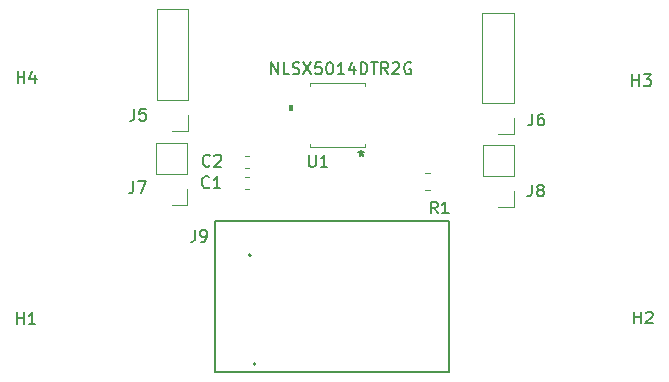
<source format=gbr>
%TF.GenerationSoftware,KiCad,Pcbnew,5.1.10-88a1d61d58~88~ubuntu18.04.1*%
%TF.CreationDate,2021-08-07T22:55:04+07:00*%
%TF.ProjectId,ADV728xM_EVAL_SMA-MINISAS_MX8Mx,41445637-3238-4784-9d5f-4556414c5f53,rev?*%
%TF.SameCoordinates,Original*%
%TF.FileFunction,Legend,Top*%
%TF.FilePolarity,Positive*%
%FSLAX46Y46*%
G04 Gerber Fmt 4.6, Leading zero omitted, Abs format (unit mm)*
G04 Created by KiCad (PCBNEW 5.1.10-88a1d61d58~88~ubuntu18.04.1) date 2021-08-07 22:55:04*
%MOMM*%
%LPD*%
G01*
G04 APERTURE LIST*
%ADD10C,0.200000*%
%ADD11C,0.127000*%
%ADD12C,0.120000*%
%ADD13C,0.100000*%
%ADD14C,0.150000*%
G04 APERTURE END LIST*
D10*
%TO.C,J9*%
X154638920Y-108714480D02*
G75*
G03*
X154638920Y-108714480I-100000J0D01*
G01*
X155038920Y-117914480D02*
G75*
G03*
X155038920Y-117914480I-100000J0D01*
G01*
D11*
X171438920Y-118614480D02*
X151638920Y-118614480D01*
X171438920Y-105814480D02*
X171438920Y-118614480D01*
X151638920Y-105814480D02*
X171438920Y-105814480D01*
X151638920Y-118614480D02*
X151638920Y-105814480D01*
D12*
%TO.C,J6*%
X176882100Y-98446900D02*
X175552100Y-98446900D01*
X176882100Y-97116900D02*
X176882100Y-98446900D01*
X176882100Y-95846900D02*
X174222100Y-95846900D01*
X174222100Y-95846900D02*
X174222100Y-88166900D01*
X176882100Y-95846900D02*
X176882100Y-88166900D01*
X176882100Y-88166900D02*
X174222100Y-88166900D01*
%TO.C,C2*%
X154158733Y-100277200D02*
X154451267Y-100277200D01*
X154158733Y-101297200D02*
X154451267Y-101297200D01*
%TO.C,C1*%
X154146033Y-103100600D02*
X154438567Y-103100600D01*
X154146033Y-102080600D02*
X154438567Y-102080600D01*
%TO.C,J5*%
X149310400Y-87900200D02*
X146650400Y-87900200D01*
X149310400Y-95580200D02*
X149310400Y-87900200D01*
X146650400Y-95580200D02*
X146650400Y-87900200D01*
X149310400Y-95580200D02*
X146650400Y-95580200D01*
X149310400Y-96850200D02*
X149310400Y-98180200D01*
X149310400Y-98180200D02*
X147980400Y-98180200D01*
%TO.C,J8*%
X176920200Y-99419100D02*
X174260200Y-99419100D01*
X176920200Y-102019100D02*
X176920200Y-99419100D01*
X174260200Y-102019100D02*
X174260200Y-99419100D01*
X176920200Y-102019100D02*
X174260200Y-102019100D01*
X176920200Y-103289100D02*
X176920200Y-104619100D01*
X176920200Y-104619100D02*
X175590200Y-104619100D01*
%TO.C,J7*%
X149259600Y-104428600D02*
X147929600Y-104428600D01*
X149259600Y-103098600D02*
X149259600Y-104428600D01*
X149259600Y-101828600D02*
X146599600Y-101828600D01*
X146599600Y-101828600D02*
X146599600Y-99228600D01*
X149259600Y-101828600D02*
X149259600Y-99228600D01*
X149259600Y-99228600D02*
X146599600Y-99228600D01*
%TO.C,R1*%
X169378136Y-101715900D02*
X169832264Y-101715900D01*
X169378136Y-103185900D02*
X169832264Y-103185900D01*
D13*
%TO.C,U1*%
G36*
X157873700Y-96390701D02*
G01*
X157873700Y-96009701D01*
X158127700Y-96009701D01*
X158127700Y-96390701D01*
X157873700Y-96390701D01*
G37*
X157873700Y-96390701D02*
X157873700Y-96009701D01*
X158127700Y-96009701D01*
X158127700Y-96390701D01*
X157873700Y-96390701D01*
D12*
X159613600Y-99310739D02*
X159613600Y-99529900D01*
X164261800Y-94389661D02*
X164261800Y-94170500D01*
X164261800Y-99529900D02*
X164261800Y-99310741D01*
X159613600Y-99529900D02*
X164261800Y-99529900D01*
X159613600Y-94170500D02*
X159613600Y-94389659D01*
X164261800Y-94170500D02*
X159613600Y-94170500D01*
%TO.C,H4*%
D14*
X134889335Y-94152980D02*
X134889335Y-93152980D01*
X134889335Y-93629171D02*
X135460763Y-93629171D01*
X135460763Y-94152980D02*
X135460763Y-93152980D01*
X136365525Y-93486314D02*
X136365525Y-94152980D01*
X136127430Y-93105361D02*
X135889335Y-93819647D01*
X136508382Y-93819647D01*
%TO.C,H3*%
X186933935Y-94412060D02*
X186933935Y-93412060D01*
X186933935Y-93888251D02*
X187505363Y-93888251D01*
X187505363Y-94412060D02*
X187505363Y-93412060D01*
X187886316Y-93412060D02*
X188505363Y-93412060D01*
X188172030Y-93793013D01*
X188314887Y-93793013D01*
X188410125Y-93840632D01*
X188457744Y-93888251D01*
X188505363Y-93983489D01*
X188505363Y-94221584D01*
X188457744Y-94316822D01*
X188410125Y-94364441D01*
X188314887Y-94412060D01*
X188029173Y-94412060D01*
X187933935Y-94364441D01*
X187886316Y-94316822D01*
%TO.C,H2*%
X187096495Y-114484300D02*
X187096495Y-113484300D01*
X187096495Y-113960491D02*
X187667923Y-113960491D01*
X187667923Y-114484300D02*
X187667923Y-113484300D01*
X188096495Y-113579539D02*
X188144114Y-113531920D01*
X188239352Y-113484300D01*
X188477447Y-113484300D01*
X188572685Y-113531920D01*
X188620304Y-113579539D01*
X188667923Y-113674777D01*
X188667923Y-113770015D01*
X188620304Y-113912872D01*
X188048876Y-114484300D01*
X188667923Y-114484300D01*
%TO.C,H1*%
X134823295Y-114550340D02*
X134823295Y-113550340D01*
X134823295Y-114026531D02*
X135394723Y-114026531D01*
X135394723Y-114550340D02*
X135394723Y-113550340D01*
X136394723Y-114550340D02*
X135823295Y-114550340D01*
X136109009Y-114550340D02*
X136109009Y-113550340D01*
X136013771Y-113693198D01*
X135918533Y-113788436D01*
X135823295Y-113836055D01*
%TO.C,J9*%
X149922906Y-106554020D02*
X149922906Y-107268306D01*
X149875287Y-107411163D01*
X149780049Y-107506401D01*
X149637192Y-107554020D01*
X149541954Y-107554020D01*
X150446716Y-107554020D02*
X150637192Y-107554020D01*
X150732430Y-107506401D01*
X150780049Y-107458782D01*
X150875287Y-107315925D01*
X150922906Y-107125449D01*
X150922906Y-106744497D01*
X150875287Y-106649259D01*
X150827668Y-106601640D01*
X150732430Y-106554020D01*
X150541954Y-106554020D01*
X150446716Y-106601640D01*
X150399097Y-106649259D01*
X150351478Y-106744497D01*
X150351478Y-106982592D01*
X150399097Y-107077830D01*
X150446716Y-107125449D01*
X150541954Y-107173068D01*
X150732430Y-107173068D01*
X150827668Y-107125449D01*
X150875287Y-107077830D01*
X150922906Y-106982592D01*
%TO.C,J6*%
X178482666Y-96721680D02*
X178482666Y-97435966D01*
X178435047Y-97578823D01*
X178339809Y-97674061D01*
X178196952Y-97721680D01*
X178101714Y-97721680D01*
X179387428Y-96721680D02*
X179196952Y-96721680D01*
X179101714Y-96769300D01*
X179054095Y-96816919D01*
X178958857Y-96959776D01*
X178911238Y-97150252D01*
X178911238Y-97531204D01*
X178958857Y-97626442D01*
X179006476Y-97674061D01*
X179101714Y-97721680D01*
X179292190Y-97721680D01*
X179387428Y-97674061D01*
X179435047Y-97626442D01*
X179482666Y-97531204D01*
X179482666Y-97293109D01*
X179435047Y-97197871D01*
X179387428Y-97150252D01*
X179292190Y-97102633D01*
X179101714Y-97102633D01*
X179006476Y-97150252D01*
X178958857Y-97197871D01*
X178911238Y-97293109D01*
%TO.C,C2*%
X151166533Y-101118942D02*
X151118914Y-101166561D01*
X150976057Y-101214180D01*
X150880819Y-101214180D01*
X150737961Y-101166561D01*
X150642723Y-101071323D01*
X150595104Y-100976085D01*
X150547485Y-100785609D01*
X150547485Y-100642752D01*
X150595104Y-100452276D01*
X150642723Y-100357038D01*
X150737961Y-100261800D01*
X150880819Y-100214180D01*
X150976057Y-100214180D01*
X151118914Y-100261800D01*
X151166533Y-100309419D01*
X151547485Y-100309419D02*
X151595104Y-100261800D01*
X151690342Y-100214180D01*
X151928438Y-100214180D01*
X152023676Y-100261800D01*
X152071295Y-100309419D01*
X152118914Y-100404657D01*
X152118914Y-100499895D01*
X152071295Y-100642752D01*
X151499866Y-101214180D01*
X152118914Y-101214180D01*
%TO.C,C1*%
X151103033Y-102935042D02*
X151055414Y-102982661D01*
X150912557Y-103030280D01*
X150817319Y-103030280D01*
X150674461Y-102982661D01*
X150579223Y-102887423D01*
X150531604Y-102792185D01*
X150483985Y-102601709D01*
X150483985Y-102458852D01*
X150531604Y-102268376D01*
X150579223Y-102173138D01*
X150674461Y-102077900D01*
X150817319Y-102030280D01*
X150912557Y-102030280D01*
X151055414Y-102077900D01*
X151103033Y-102125519D01*
X152055414Y-103030280D02*
X151483985Y-103030280D01*
X151769700Y-103030280D02*
X151769700Y-102030280D01*
X151674461Y-102173138D01*
X151579223Y-102268376D01*
X151483985Y-102315995D01*
%TO.C,J5*%
X144776866Y-96315280D02*
X144776866Y-97029566D01*
X144729247Y-97172423D01*
X144634009Y-97267661D01*
X144491152Y-97315280D01*
X144395914Y-97315280D01*
X145729247Y-96315280D02*
X145253057Y-96315280D01*
X145205438Y-96791471D01*
X145253057Y-96743852D01*
X145348295Y-96696233D01*
X145586390Y-96696233D01*
X145681628Y-96743852D01*
X145729247Y-96791471D01*
X145776866Y-96886709D01*
X145776866Y-97124804D01*
X145729247Y-97220042D01*
X145681628Y-97267661D01*
X145586390Y-97315280D01*
X145348295Y-97315280D01*
X145253057Y-97267661D01*
X145205438Y-97220042D01*
%TO.C,J8*%
X178431866Y-102741480D02*
X178431866Y-103455766D01*
X178384247Y-103598623D01*
X178289009Y-103693861D01*
X178146152Y-103741480D01*
X178050914Y-103741480D01*
X179050914Y-103170052D02*
X178955676Y-103122433D01*
X178908057Y-103074814D01*
X178860438Y-102979576D01*
X178860438Y-102931957D01*
X178908057Y-102836719D01*
X178955676Y-102789100D01*
X179050914Y-102741480D01*
X179241390Y-102741480D01*
X179336628Y-102789100D01*
X179384247Y-102836719D01*
X179431866Y-102931957D01*
X179431866Y-102979576D01*
X179384247Y-103074814D01*
X179336628Y-103122433D01*
X179241390Y-103170052D01*
X179050914Y-103170052D01*
X178955676Y-103217671D01*
X178908057Y-103265290D01*
X178860438Y-103360528D01*
X178860438Y-103551004D01*
X178908057Y-103646242D01*
X178955676Y-103693861D01*
X179050914Y-103741480D01*
X179241390Y-103741480D01*
X179336628Y-103693861D01*
X179384247Y-103646242D01*
X179431866Y-103551004D01*
X179431866Y-103360528D01*
X179384247Y-103265290D01*
X179336628Y-103217671D01*
X179241390Y-103170052D01*
%TO.C,J7*%
X144675266Y-102462080D02*
X144675266Y-103176366D01*
X144627647Y-103319223D01*
X144532409Y-103414461D01*
X144389552Y-103462080D01*
X144294314Y-103462080D01*
X145056219Y-102462080D02*
X145722885Y-102462080D01*
X145294314Y-103462080D01*
%TO.C,R1*%
X170445133Y-105176580D02*
X170111800Y-104700390D01*
X169873704Y-105176580D02*
X169873704Y-104176580D01*
X170254657Y-104176580D01*
X170349895Y-104224200D01*
X170397514Y-104271819D01*
X170445133Y-104367057D01*
X170445133Y-104509914D01*
X170397514Y-104605152D01*
X170349895Y-104652771D01*
X170254657Y-104700390D01*
X169873704Y-104700390D01*
X171397514Y-105176580D02*
X170826085Y-105176580D01*
X171111800Y-105176580D02*
X171111800Y-104176580D01*
X171016561Y-104319438D01*
X170921323Y-104414676D01*
X170826085Y-104462295D01*
%TO.C,U1*%
X159547655Y-100229420D02*
X159547655Y-101038944D01*
X159595274Y-101134182D01*
X159642893Y-101181801D01*
X159738131Y-101229420D01*
X159928607Y-101229420D01*
X160023845Y-101181801D01*
X160071464Y-101134182D01*
X160119083Y-101038944D01*
X160119083Y-100229420D01*
X161119083Y-101229420D02*
X160547655Y-101229420D01*
X160833369Y-101229420D02*
X160833369Y-100229420D01*
X160738131Y-100372278D01*
X160642893Y-100467516D01*
X160547655Y-100515135D01*
X156363138Y-93378280D02*
X156363138Y-92378280D01*
X156934566Y-93378280D01*
X156934566Y-92378280D01*
X157886947Y-93378280D02*
X157410757Y-93378280D01*
X157410757Y-92378280D01*
X158172661Y-93330661D02*
X158315519Y-93378280D01*
X158553614Y-93378280D01*
X158648852Y-93330661D01*
X158696471Y-93283042D01*
X158744090Y-93187804D01*
X158744090Y-93092566D01*
X158696471Y-92997328D01*
X158648852Y-92949709D01*
X158553614Y-92902090D01*
X158363138Y-92854471D01*
X158267900Y-92806852D01*
X158220280Y-92759233D01*
X158172661Y-92663995D01*
X158172661Y-92568757D01*
X158220280Y-92473519D01*
X158267900Y-92425900D01*
X158363138Y-92378280D01*
X158601233Y-92378280D01*
X158744090Y-92425900D01*
X159077423Y-92378280D02*
X159744090Y-93378280D01*
X159744090Y-92378280D02*
X159077423Y-93378280D01*
X160601233Y-92378280D02*
X160125042Y-92378280D01*
X160077423Y-92854471D01*
X160125042Y-92806852D01*
X160220280Y-92759233D01*
X160458376Y-92759233D01*
X160553614Y-92806852D01*
X160601233Y-92854471D01*
X160648852Y-92949709D01*
X160648852Y-93187804D01*
X160601233Y-93283042D01*
X160553614Y-93330661D01*
X160458376Y-93378280D01*
X160220280Y-93378280D01*
X160125042Y-93330661D01*
X160077423Y-93283042D01*
X161267900Y-92378280D02*
X161363138Y-92378280D01*
X161458376Y-92425900D01*
X161505995Y-92473519D01*
X161553614Y-92568757D01*
X161601233Y-92759233D01*
X161601233Y-92997328D01*
X161553614Y-93187804D01*
X161505995Y-93283042D01*
X161458376Y-93330661D01*
X161363138Y-93378280D01*
X161267900Y-93378280D01*
X161172661Y-93330661D01*
X161125042Y-93283042D01*
X161077423Y-93187804D01*
X161029804Y-92997328D01*
X161029804Y-92759233D01*
X161077423Y-92568757D01*
X161125042Y-92473519D01*
X161172661Y-92425900D01*
X161267900Y-92378280D01*
X162553614Y-93378280D02*
X161982185Y-93378280D01*
X162267900Y-93378280D02*
X162267900Y-92378280D01*
X162172661Y-92521138D01*
X162077423Y-92616376D01*
X161982185Y-92663995D01*
X163410757Y-92711614D02*
X163410757Y-93378280D01*
X163172661Y-92330661D02*
X162934566Y-93044947D01*
X163553614Y-93044947D01*
X163934566Y-93378280D02*
X163934566Y-92378280D01*
X164172661Y-92378280D01*
X164315519Y-92425900D01*
X164410757Y-92521138D01*
X164458376Y-92616376D01*
X164505995Y-92806852D01*
X164505995Y-92949709D01*
X164458376Y-93140185D01*
X164410757Y-93235423D01*
X164315519Y-93330661D01*
X164172661Y-93378280D01*
X163934566Y-93378280D01*
X164791709Y-92378280D02*
X165363138Y-92378280D01*
X165077423Y-93378280D02*
X165077423Y-92378280D01*
X166267900Y-93378280D02*
X165934566Y-92902090D01*
X165696471Y-93378280D02*
X165696471Y-92378280D01*
X166077423Y-92378280D01*
X166172661Y-92425900D01*
X166220280Y-92473519D01*
X166267900Y-92568757D01*
X166267900Y-92711614D01*
X166220280Y-92806852D01*
X166172661Y-92854471D01*
X166077423Y-92902090D01*
X165696471Y-92902090D01*
X166648852Y-92473519D02*
X166696471Y-92425900D01*
X166791709Y-92378280D01*
X167029804Y-92378280D01*
X167125042Y-92425900D01*
X167172661Y-92473519D01*
X167220280Y-92568757D01*
X167220280Y-92663995D01*
X167172661Y-92806852D01*
X166601233Y-93378280D01*
X167220280Y-93378280D01*
X168172661Y-92425900D02*
X168077423Y-92378280D01*
X167934566Y-92378280D01*
X167791709Y-92425900D01*
X167696471Y-92521138D01*
X167648852Y-92616376D01*
X167601233Y-92806852D01*
X167601233Y-92949709D01*
X167648852Y-93140185D01*
X167696471Y-93235423D01*
X167791709Y-93330661D01*
X167934566Y-93378280D01*
X168029804Y-93378280D01*
X168172661Y-93330661D01*
X168220280Y-93283042D01*
X168220280Y-92949709D01*
X168029804Y-92949709D01*
X163982400Y-99845880D02*
X163982400Y-100083976D01*
X163744304Y-99988738D02*
X163982400Y-100083976D01*
X164220495Y-99988738D01*
X163839542Y-100274452D02*
X163982400Y-100083976D01*
X164125257Y-100274452D01*
X163982400Y-99820480D02*
X163982400Y-100058576D01*
X163744304Y-99963338D02*
X163982400Y-100058576D01*
X164220495Y-99963338D01*
X163839542Y-100249052D02*
X163982400Y-100058576D01*
X164125257Y-100249052D01*
%TD*%
M02*

</source>
